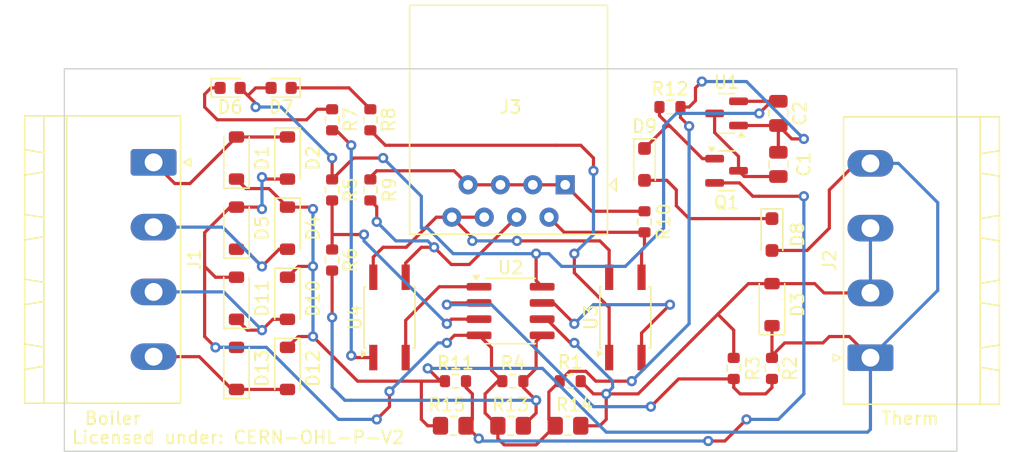
<source format=kicad_pcb>
(kicad_pcb (version 20240108) (generator "pcbnew") (generator_version "8.0")
  (title_block (title "Thermostat Cable Splitter") (rev "V1.0") (company "oup Energy Transistion. Windesheim university of applied sciences") (comment 1 "Author: Bram Busch, Daan Tellegen") (comment 2 "Reviewed by: Marco Winkelman") (comment 3 "Licensend under: CERN-OHL-P-V2"))
  (layers (0 "F.Cu" signal) (31 "B.Cu" signal) (34 "B.Paste" user) (35 "F.Paste" user) (36 "B.SilkS" user "B.Silkscreen") (37 "F.SilkS" user "F.Silkscreen") (38 "B.Mask" user) (39 "F.Mask" user) (44 "Edge.Cuts" user))
  (net 0 "")
  (net 1 "GND1")
  (net 2 "Net-(Q1-C1)")
  (net 3 "Net-(D6-A)")
  (net 4 "Net-(D1-A)")
  (net 5 "VDC")
  (net 6 "Net-(D3-A)")
  (net 7 "Net-(D4-A)")
  (net 8 "Net-(D6-K)")
  (net 9 "Net-(D7-K)")
  (net 10 "Net-(D8-A1)")
  (net 11 "Net-(D9-A1)")
  (net 12 "Net-(D10-A)")
  (net 13 "Net-(D12-A)")
  (net 14 "/slaveResponses")
  (net 15 "GND")
  (net 16 "VCC")
  (net 17 "/masterCommands")
  (net 18 "Net-(Q1-E1)")
  (net 19 "Net-(U2A--)")
  (net 20 "Net-(U2B-+)")
  (net 21 "Net-(U2A-+)")
  (net 22 "Net-(R7-Pad2)")
  (net 23 "Net-(R8-Pad2)")
  (net 24 "Net-(U2-Pad7)")
  (net 25 "Net-(U2-Pad1)")
  (footprint "Resistor_SMD:R_0603_1608Metric" (layer "F.Cu") (at 95.5 62.5 90)
    (property "Reference" "R10" (at 0 1.5 -90) (layer "F.SilkS"))
    (property "Value" "1k" (hide yes))
    (pad "1" smd roundrect (at -0.825 0 90) (size 0.8 0.95) (layers "F.Cu" "F.Paste" "F.Mask") (net 14 "/slaveResponses"))
    (pad "2" smd roundrect (at 0.825 0 90) (size 0.8 0.95) (layers "F.Cu" "F.Paste" "F.Mask") (net 15 "GND"))
  )
  (footprint "Connector_RJ:RJ45_Amphenol_54602-x08_Horizontal" (layer "F.Cu") (at 89.2825 59.6 180)
    (property "Reference" "J3" (at 4.2825 6.1 180) (layer "F.SilkS"))
    (property "Value" "RJ45")
    (pad "" np_thru_hole circle (at -1.27 6.35 180) (size 3.2 3.2) (drill 3.2) (layers "*.Cu" "*.Mask"))
    (pad "" np_thru_hole circle (at 10.16 6.35 180) (size 3.2 3.2) (drill 3.2) (layers "*.Cu" "*.Mask"))
    (pad "1" thru_hole rect (at 0 0 180) (size 1.5 1.5) (drill 0.76) (layers "*.Cu" "*.Mask") (net 15 "GND"))
    (pad "2" thru_hole circle (at 1.27 -2.54 180) (size 1.5 1.5) (drill 0.76) (layers "*.Cu" "*.Mask") (net 14 "/slaveResponses"))
    (pad "3" thru_hole circle (at 2.54 0 180) (size 1.5 1.5) (drill 0.76) (layers "*.Cu" "*.Mask") (net 15 "GND"))
    (pad "4" thru_hole circle (at 3.81 -2.54 180) (size 1.5 1.5) (drill 0.76) (layers "*.Cu" "*.Mask") (net 17 "/masterCommands"))
    (pad "5" thru_hole circle (at 5.08 0 180) (size 1.5 1.5) (drill 0.76) (layers "*.Cu" "*.Mask") (net 15 "GND"))
    (pad "6" thru_hole circle (at 6.35 -2.54 180) (size 1.5 1.5) (drill 0.76) (layers "*.Cu" "*.Mask") (net 16 "VCC"))
    (pad "7" thru_hole circle (at 7.62 0 180) (size 1.5 1.5) (drill 0.76) (layers "*.Cu" "*.Mask") (net 15 "GND"))
    (pad "8" thru_hole circle (at 8.89 -2.54 180) (size 1.5 1.5) (drill 0.76) (layers "*.Cu" "*.Mask") (net 16 "VCC"))
  )
  (footprint "Package_SO:SO-4_4.4x3.6mm_P2.54mm" (layer "F.Cu") (at 75.5 70 90)
    (property "Reference" "U4" (at 0 -2.7 -90) (layer "F.SilkS"))
    (property "Value" "CYTLP127(TP)" (hide yes))
    (pad "1" smd rect (at -3.15 -1.27 90) (size 2 0.64) (layers "F.Cu" "F.Paste" "F.Mask") (net 22 "Net-(R7-Pad2)"))
    (pad "2" smd rect (at -3.15 1.27 90) (size 2 0.64) (layers "F.Cu" "F.Paste" "F.Mask") (net 25 "Net-(U2-Pad1)"))
    (pad "3" smd rect (at 3.15 1.27 90) (size 2 0.64) (layers "F.Cu" "F.Paste" "F.Mask") (net 17 "/masterCommands"))
    (pad "4" smd rect (at 3.15 -1.27 90) (size 2 0.64) (layers "F.Cu" "F.Paste" "F.Mask") (net 16 "VCC"))
  )
  (footprint "Connector_Phoenix_MSTB:PhoenixContact_MSTBA_2,5_4-G-5,08_1x04_P5.08mm_Horizontal" (layer "F.Cu") (at 57 57.84 -90)
    (property "Reference" "J1" (at 7.62 -3.2 -90) (layer "F.SilkS"))
    (property "Value" "Boiler")
    (pad "1" thru_hole roundrect (at 0 0 270) (size 2.08 3.6) (drill 1.4) (layers "*.Cu" "*.Mask") (roundrect_rratio 0.120192) (net 4 "Net-(D1-A)"))
    (pad "2" thru_hole oval (at 5.08 0 270) (size 2.08 3.6) (drill 1.4) (layers "*.Cu" "*.Mask") (net 7 "Net-(D4-A)"))
    (pad "3" thru_hole oval (at 10.16 0 270) (size 2.08 3.6) (drill 1.4) (layers "*.Cu" "*.Mask") (net 12 "Net-(D10-A)"))
    (pad "4" thru_hole oval (at 15.24 0 270) (size 2.08 3.6) (drill 1.4) (layers "*.Cu" "*.Mask") (net 13 "Net-(D12-A)"))
  )
  (footprint "Package_TO_SOT_SMD:SOT-23" (layer "F.Cu") (at 101.9375 54 180)
    (property "Reference" "U1" (at 0 2.45 180) (layer "F.SilkS"))
    (property "Value" "SE8650X2-HF " (hide yes))
    (pad "1" smd roundrect (at -0.9375 -0.95 180) (size 1.475 0.6) (layers "F.Cu" "F.Paste" "F.Mask") (net 1 "GND1"))
    (pad "2" smd roundrect (at -0.9375 0.95 180) (size 1.475 0.6) (layers "F.Cu" "F.Paste" "F.Mask") (net 3 "Net-(D6-A)"))
    (pad "3" smd roundrect (at 0.9375 0 180) (size 1.475 0.6) (layers "F.Cu" "F.Paste" "F.Mask") (net 2 "Net-(Q1-C1)"))
  )
  (footprint "Diode_SMD:D_SOD-323_HandSoldering" (layer "F.Cu") (at 105.5 63.5 -90)
    (property "Reference" "D8" (at 0 -2 90) (layer "F.SilkS"))
    (property "Value" "1N4148WS" (hide yes))
    (pad "1" smd roundrect (at -1.25 0 270) (size 1 1) (layers "F.Cu" "F.Paste" "F.Mask") (net 10 "Net-(D8-A1)"))
    (pad "2" smd roundrect (at 1.25 0 270) (size 1 1) (layers "F.Cu" "F.Paste" "F.Mask") (net 5 "VDC"))
  )
  (footprint "Resistor_SMD:R_0603_1608Metric" (layer "F.Cu") (at 80.675 75)
    (property "Reference" "R11" (at 0 -1.43 0) (layer "F.SilkS"))
    (property "Value" "270" (hide yes))
    (pad "1" smd roundrect (at -0.825 0) (size 0.8 0.95) (layers "F.Cu" "F.Paste" "F.Mask") (net 5 "VDC"))
    (pad "2" smd roundrect (at 0.825 0) (size 0.8 0.95) (layers "F.Cu" "F.Paste" "F.Mask") (net 18 "Net-(Q1-E1)"))
  )
  (footprint "Diode_SMD:D_SOD-323_HandSoldering" (layer "F.Cu") (at 95.5 58 -90)
    (property "Reference" "D9" (at -3 0 180) (layer "F.SilkS"))
    (property "Value" "1N4148WS" (hide yes))
    (pad "1" smd roundrect (at -1.25 0 270) (size 1 1) (layers "F.Cu" "F.Paste" "F.Mask") (net 11 "Net-(D9-A1)"))
    (pad "2" smd roundrect (at 1.25 0 270) (size 1 1) (layers "F.Cu" "F.Paste" "F.Mask") (net 10 "Net-(D8-A1)"))
  )
  (footprint "Resistor_SMD:R_0603_1608Metric" (layer "F.Cu") (at 74 60 90)
    (property "Reference" "R9" (at 0 1.5 90) (layer "F.SilkS"))
    (property "Value" "1k" (hide yes))
    (pad "1" smd roundrect (at -0.825 0 90) (size 0.8 0.95) (layers "F.Cu" "F.Paste" "F.Mask") (net 17 "/masterCommands"))
    (pad "2" smd roundrect (at 0.825 0 90) (size 0.8 0.95) (layers "F.Cu" "F.Paste" "F.Mask") (net 15 "GND"))
  )
  (footprint "Diode_SMD:D_SOD-123" (layer "F.Cu") (at 67.5 63 -90)
    (property "Reference" "D4" (at 0 -2 90) (layer "F.SilkS"))
    (property "Value" "B5819W SL" (hide yes))
    (pad "1" smd roundrect (at -1.65 0 270) (size 0.9 1.2) (layers "F.Cu" "F.Paste" "F.Mask") (net 5 "VDC"))
    (pad "2" smd roundrect (at 1.65 0 270) (size 0.9 1.2) (layers "F.Cu" "F.Paste" "F.Mask") (net 7 "Net-(D4-A)"))
  )
  (footprint "Resistor_SMD:R_0603_1608Metric" (layer "F.Cu") (at 74 54.5 -90)
    (property "Reference" "R8" (at 0 -1.43 90) (layer "F.SilkS"))
    (property "Value" "4.7k" (hide yes))
    (pad "1" smd roundrect (at -0.825 0 270) (size 0.8 0.95) (layers "F.Cu" "F.Paste" "F.Mask") (net 9 "Net-(D7-K)"))
    (pad "2" smd roundrect (at 0.825 0 270) (size 0.8 0.95) (layers "F.Cu" "F.Paste" "F.Mask") (net 23 "Net-(R8-Pad2)"))
  )
  (footprint "Package_SO:SO-4_4.4x3.6mm_P2.54mm" (layer "F.Cu") (at 94 70 90)
    (property "Reference" "U3" (at 0 -2.7 -90) (layer "F.SilkS"))
    (property "Value" "CYTLP127(TP)" (hide yes))
    (pad "1" smd rect (at -3.15 -1.27 90) (size 2 0.64) (layers "F.Cu" "F.Paste" "F.Mask") (net 23 "Net-(R8-Pad2)"))
    (pad "2" smd rect (at -3.15 1.27 90) (size 2 0.64) (layers "F.Cu" "F.Paste" "F.Mask") (net 24 "Net-(U2-Pad7)"))
    (pad "3" smd rect (at 3.15 1.27 90) (size 2 0.64) (layers "F.Cu" "F.Paste" "F.Mask") (net 14 "/slaveResponses"))
    (pad "4" smd rect (at 3.15 -1.27 90) (size 2 0.64) (layers "F.Cu" "F.Paste" "F.Mask") (net 16 "VCC"))
  )
  (footprint "Resistor_SMD:R_0603_1608Metric" (layer "F.Cu") (at 71 60 -90)
    (property "Reference" "R5" (at 0 -1.43 90) (layer "F.SilkS"))
    (property "Value" "68k" (hide yes))
    (pad "1" smd roundrect (at -0.825 0 270) (size 0.8 0.95) (layers "F.Cu" "F.Paste" "F.Mask") (net 3 "Net-(D6-A)"))
    (pad "2" smd roundrect (at 0.825 0 270) (size 0.8 0.95) (layers "F.Cu" "F.Paste" "F.Mask") (net 21 "Net-(U2A-+)"))
  )
  (footprint "LED_SMD:LED_0603_1608Metric" (layer "F.Cu") (at 67 52 180)
    (property "Reference" "D7" (at 0 -1.5 180) (layer "F.SilkS"))
    (property "Value" "Yellow Boiler (Current)" (hide yes))
    (pad "1" smd roundrect (at -0.7875 0 180) (size 0.875 0.95) (layers "F.Cu" "F.Paste" "F.Mask") (net 9 "Net-(D7-K)"))
    (pad "2" smd roundrect (at 0.7875 0 180) (size 0.875 0.95) (layers "F.Cu" "F.Paste" "F.Mask") (net 3 "Net-(D6-A)"))
  )
  (footprint "Package_SO:SOIC-8_3.9x4.9mm_P1.27mm" (layer "F.Cu") (at 85 69.5)
    (property "Reference" "U2" (at 0 -3.4 0) (layer "F.SilkS"))
    (property "Value" "LMV393TP-SR" (hide yes))
    (pad "1" smd roundrect (at -2.475 -1.905) (size 1.95 0.6) (layers "F.Cu" "F.Paste" "F.Mask") (net 25 "Net-(U2-Pad1)"))
    (pad "2" smd roundrect (at -2.475 -0.635) (size 1.95 0.6) (layers "F.Cu" "F.Paste" "F.Mask") (net 19 "Net-(U2A--)"))
    (pad "3" smd roundrect (at -2.475 0.635) (size 1.95 0.6) (layers "F.Cu" "F.Paste" "F.Mask") (net 21 "Net-(U2A-+)"))
    (pad "4" smd roundrect (at -2.475 1.905) (size 1.95 0.6) (layers "F.Cu" "F.Paste" "F.Mask") (net 1 "GND1"))
    (pad "5" smd roundrect (at 2.475 1.905) (size 1.95 0.6) (layers "F.Cu" "F.Paste" "F.Mask") (net 20 "Net-(U2B-+)"))
    (pad "6" smd roundrect (at 2.475 0.635) (size 1.95 0.6) (layers "F.Cu" "F.Paste" "F.Mask") (net 6 "Net-(D3-A)"))
    (pad "7" smd roundrect (at 2.475 -0.635) (size 1.95 0.6) (layers "F.Cu" "F.Paste" "F.Mask") (net 24 "Net-(U2-Pad7)"))
    (pad "8" smd roundrect (at 2.475 -1.905) (size 1.95 0.6) (layers "F.Cu" "F.Paste" "F.Mask") (net 3 "Net-(D6-A)"))
  )
  (footprint "Resistor_SMD:R_0805_2012Metric_Pad1.20x1.40mm_HandSolder" (layer "F.Cu") (at 89.5 78.5)
    (property "Reference" "R14" (at 0.5 -1.65 0) (layer "F.SilkS"))
    (property "Value" "TBD" (hide yes))
    (pad "1" smd roundrect (at -1 0) (size 1.2 1.4) (layers "F.Cu" "F.Paste" "F.Mask") (roundrect_rratio 0.208333) (net 1 "GND1"))
    (pad "2" smd roundrect (at 1 0) (size 1.2 1.4) (layers "F.Cu" "F.Paste" "F.Mask") (roundrect_rratio 0.208333) (net 6 "Net-(D3-A)"))
  )
  (footprint "Resistor_SMD:R_0603_1608Metric" (layer "F.Cu") (at 71 54.5 -90)
    (property "Reference" "R7" (at 0 -1.43 90) (layer "F.SilkS"))
    (property "Value" "2.2k" (hide yes))
    (pad "1" smd roundrect (at -0.825 0 270) (size 0.8 0.95) (layers "F.Cu" "F.Paste" "F.Mask") (net 8 "Net-(D6-K)"))
    (pad "2" smd roundrect (at 0.825 0 270) (size 0.8 0.95) (layers "F.Cu" "F.Paste" "F.Mask") (net 22 "Net-(R7-Pad2)"))
  )
  (footprint "Diode_SMD:D_SOD-123" (layer "F.Cu") (at 67.5 57.5 -90)
    (property "Reference" "D2" (at 0 -2 90) (layer "F.SilkS"))
    (property "Value" "B5819W SL" (hide yes))
    (pad "1" smd roundrect (at -1.65 0 270) (size 0.9 1.2) (layers "F.Cu" "F.Paste" "F.Mask") (net 4 "Net-(D1-A)"))
    (pad "2" smd roundrect (at 1.65 0 270) (size 0.9 1.2) (layers "F.Cu" "F.Paste" "F.Mask") (net 1 "GND1"))
  )
  (footprint "Resistor_SMD:R_0603_1608Metric" (layer "F.Cu") (at 97.5 53.5)
    (property "Reference" "R12" (at 0 -1.43 0) (layer "F.SilkS"))
    (property "Value" "68k" (hide yes))
    (pad "1" smd roundrect (at -0.825 0) (size 0.8 0.95) (layers "F.Cu" "F.Paste" "F.Mask") (net 11 "Net-(D9-A1)"))
    (pad "2" smd roundrect (at 0.825 0) (size 0.8 0.95) (layers "F.Cu" "F.Paste" "F.Mask") (net 1 "GND1"))
  )
  (footprint "Resistor_SMD:R_0805_2012Metric_Pad1.20x1.40mm_HandSolder" (layer "F.Cu") (at 80.5 78.5)
    (property "Reference" "R15" (at -0.5 -1.65 0) (layer "F.SilkS"))
    (property "Value" "TBD" (hide yes))
    (pad "1" smd roundrect (at -1 0) (size 1.2 1.4) (layers "F.Cu" "F.Paste" "F.Mask") (roundrect_rratio 0.208333) (net 5 "VDC"))
    (pad "2" smd roundrect (at 1 0) (size 1.2 1.4) (layers "F.Cu" "F.Paste" "F.Mask") (roundrect_rratio 0.208333) (net 18 "Net-(Q1-E1)"))
  )
  (footprint "Diode_SMD:D_SOD-123" (layer "F.Cu") (at 67.5 74 -90)
    (property "Reference" "D12" (at 0 -2 90) (layer "F.SilkS"))
    (property "Value" "B5819W SL" (hide yes))
    (pad "1" smd roundrect (at -1.65 0 270) (size 0.9 1.2) (layers "F.Cu" "F.Paste" "F.Mask") (net 5 "VDC"))
    (pad "2" smd roundrect (at 1.65 0 270) (size 0.9 1.2) (layers "F.Cu" "F.Paste" "F.Mask") (net 13 "Net-(D12-A)"))
  )
  (footprint "Package_TO_SOT_SMD:SOT-23" (layer "F.Cu") (at 101.9375 58.5)
    (property "Reference" "Q1" (at 0 2.5 0) (layer "F.SilkS"))
    (property "Value" "Transistor" (hide yes))
    (pad "1" smd roundrect (at -0.9375 -0.95) (size 1.475 0.6) (layers "F.Cu" "F.Paste" "F.Mask") (net 11 "Net-(D9-A1)"))
    (pad "2" smd roundrect (at -0.9375 0.95) (size 1.475 0.6) (layers "F.Cu" "F.Paste" "F.Mask") (net 18 "Net-(Q1-E1)"))
    (pad "3" smd roundrect (at 0.9375 0) (size 1.475 0.6) (layers "F.Cu" "F.Paste" "F.Mask") (net 2 "Net-(Q1-C1)"))
  )
  (footprint "Resistor_SMD:R_0805_2012Metric_Pad1.20x1.40mm_HandSolder" (layer "F.Cu") (at 85 78.5)
    (property "Reference" "R13" (at 0 -1.65 0) (layer "F.SilkS"))
    (property "Value" "TBD" (hide yes))
    (pad "1" smd roundrect (at -1 0) (size 1.2 1.4) (layers "F.Cu" "F.Paste" "F.Mask") (roundrect_rratio 0.208333) (net 1 "GND1"))
    (pad "2" smd roundrect (at 1 0) (size 1.2 1.4) (layers "F.Cu" "F.Paste" "F.Mask") (roundrect_rratio 0.208333) (net 20 "Net-(U2B-+)"))
  )
  (footprint "Resistor_SMD:R_0603_1608Metric" (layer "F.Cu") (at 89.675 75)
    (property "Reference" "R1" (at 0 -1.5 0) (layer "F.SilkS"))
    (property "Value" "4.7" (hide yes))
    (pad "1" smd roundrect (at -0.825 0) (size 0.8 0.95) (layers "F.Cu" "F.Paste" "F.Mask") (net 1 "GND1"))
    (pad "2" smd roundrect (at 0.825 0) (size 0.8 0.95) (layers "F.Cu" "F.Paste" "F.Mask") (net 6 "Net-(D3-A)"))
  )
  (footprint "Resistor_SMD:R_0603_1608Metric" (layer "F.Cu") (at 102.5 74 90)
    (property "Reference" "R3" (at 0 1.5 -90) (layer "F.SilkS"))
    (property "Value" "68k" (hide yes))
    (pad "1" smd roundrect (at -0.825 0 90) (size 0.8 0.95) (layers "F.Cu" "F.Paste" "F.Mask") (net 19 "Net-(U2A--)"))
    (pad "2" smd roundrect (at 0.825 0 90) (size 0.8 0.95) (layers "F.Cu" "F.Paste" "F.Mask") (net 6 "Net-(D3-A)"))
  )
  (footprint "LED_SMD:LED_0603_1608Metric" (layer "F.Cu") (at 63 52)
    (property "Reference" "D6" (at 0 1.5 0) (layer "F.SilkS"))
    (property "Value" "Blue Therm (Voltage)" (hide yes))
    (pad "1" smd roundrect (at -0.7875 0) (size 0.875 0.95) (layers "F.Cu" "F.Paste" "F.Mask") (net 8 "Net-(D6-K)"))
    (pad "2" smd roundrect (at 0.7875 0) (size 0.875 0.95) (layers "F.Cu" "F.Paste" "F.Mask") (net 3 "Net-(D6-A)"))
  )
  (footprint "Diode_SMD:D_SOD-123" (layer "F.Cu") (at 63.5 57.5 90)
    (property "Reference" "D1" (at 0 2 -90) (layer "F.SilkS"))
    (property "Value" "B5819W SL" (hide yes))
    (pad "1" smd roundrect (at -1.65 0 90) (size 0.9 1.2) (layers "F.Cu" "F.Paste" "F.Mask") (net 5 "VDC"))
    (pad "2" smd roundrect (at 1.65 0 90) (size 0.9 1.2) (layers "F.Cu" "F.Paste" "F.Mask") (net 4 "Net-(D1-A)"))
  )
  (footprint "Resistor_SMD:R_0603_1608Metric" (layer "F.Cu") (at 105.5 74 -90)
    (property "Reference" "R2" (at 0 -1.43 90) (layer "F.SilkS"))
    (property "Value" "220k" (hide yes))
    (pad "1" smd roundrect (at -0.825 0 270) (size 0.8 0.95) (layers "F.Cu" "F.Paste" "F.Mask") (net 5 "VDC"))
    (pad "2" smd roundrect (at 0.825 0 270) (size 0.8 0.95) (layers "F.Cu" "F.Paste" "F.Mask") (net 19 "Net-(U2A--)"))
  )
  (footprint "Capacitor_SMD:C_0805_2012Metric" (layer "F.Cu") (at 106 58 90)
    (property "Reference" "C1" (at 0 2 -90) (layer "F.SilkS"))
    (property "Value" "100nF" (hide yes))
    (pad "1" smd roundrect (at -0.95 0 90) (size 1 1.45) (layers "F.Cu" "F.Paste" "F.Mask") (net 2 "Net-(Q1-C1)"))
    (pad "2" smd roundrect (at 0.95 0 90) (size 1 1.45) (layers "F.Cu" "F.Paste" "F.Mask") (net 1 "GND1"))
  )
  (footprint "Diode_SMD:D_SOD-123" (layer "F.Cu") (at 67.5 68.5 -90)
    (property "Reference" "D10" (at 0 -2 90) (layer "F.SilkS"))
    (property "Value" "B5819W SL" (hide yes))
    (pad "1" smd roundrect (at -1.65 0 270) (size 0.9 1.2) (layers "F.Cu" "F.Paste" "F.Mask") (net 5 "VDC"))
    (pad "2" smd roundrect (at 1.65 0 270) (size 0.9 1.2) (layers "F.Cu" "F.Paste" "F.Mask") (net 12 "Net-(D10-A)"))
  )
  (footprint "Resistor_SMD:R_0603_1608Metric" (layer "F.Cu") (at 71 65.5 -90)
    (property "Reference" "R6" (at 0 -1.43 90) (layer "F.SilkS"))
    (property "Value" "68k" (hide yes))
    (pad "1" smd roundrect (at -0.825 0 270) (size 0.8 0.95) (layers "F.Cu" "F.Paste" "F.Mask") (net 21 "Net-(U2A-+)"))
    (pad "2" smd roundrect (at 0.825 0 270) (size 0.8 0.95) (layers "F.Cu" "F.Paste" "F.Mask") (net 20 "Net-(U2B-+)"))
  )
  (footprint "Resistor_SMD:R_0603_1608Metric" (layer "F.Cu") (at 85.175 75)
    (property "Reference" "R4" (at 0 -1.43 0) (layer "F.SilkS"))
    (property "Value" "1.8K" (hide yes))
    (pad "1" smd roundrect (at -0.825 0) (size 0.8 0.95) (layers "F.Cu" "F.Paste" "F.Mask") (net 1 "GND1"))
    (pad "2" smd roundrect (at 0.825 0) (size 0.8 0.95) (layers "F.Cu" "F.Paste" "F.Mask") (net 20 "Net-(U2B-+)"))
  )
  (footprint "Diode_SMD:D_SOD-123" (layer "F.Cu") (at 63.5 63 90)
    (property "Reference" "D5" (at 0 2 -90) (layer "F.SilkS"))
    (property "Value" "B5819W SL" (hide yes))
    (pad "1" smd roundrect (at -1.65 0 90) (size 0.9 1.2) (layers "F.Cu" "F.Paste" "F.Mask") (net 7 "Net-(D4-A)"))
    (pad "2" smd roundrect (at 1.65 0 90) (size 0.9 1.2) (layers "F.Cu" "F.Paste" "F.Mask") (net 1 "GND1"))
  )
  (footprint "Connector_Phoenix_MSTB:PhoenixContact_MSTBA_2,5_4-G-5,08_1x04_P5.08mm_Horizontal" (layer "F.Cu") (at 113.2225 73.16 90)
    (property "Reference" "J2" (at 7.62 -3.2 90) (layer "F.SilkS"))
    (property "Value" "Therm")
    (pad "1" thru_hole roundrect (at 0 0 90) (size 2.08 3.6) (drill 1.4) (layers "*.Cu" "*.Mask") (roundrect_rratio 0.120192) (net 5 "VDC"))
    (pad "2" thru_hole oval (at 5.08 0 90) (size 2.08 3.6) (drill 1.4) (layers "*.Cu" "*.Mask") (net 6 "Net-(D3-A)"))
    (pad "3" thru_hole oval (at 10.16 0 90) (size 2.08 3.6) (drill 1.4) (layers "*.Cu" "*.Mask") (net 6 "Net-(D3-A)"))
    (pad "4" thru_hole oval (at 15.24 0 90) (size 2.08 3.6) (drill 1.4) (layers "*.Cu" "*.Mask") (net 5 "VDC"))
  )
  (footprint "Capacitor_SMD:C_0805_2012Metric" (layer "F.Cu") (at 106 54 -90)
    (property "Reference" "C2" (at 0 -1.68 90) (layer "F.SilkS"))
    (property "Value" "10uF" (hide yes))
    (pad "1" smd roundrect (at -0.95 0 270) (size 1 1.45) (layers "F.Cu" "F.Paste" "F.Mask") (net 3 "Net-(D6-A)"))
    (pad "2" smd roundrect (at 0.95 0 270) (size 1 1.45) (layers "F.Cu" "F.Paste" "F.Mask") (net 1 "GND1"))
  )
  (footprint "Diode_SMD:D_SOD-123" (layer "F.Cu") (at 63.5 74 90)
    (property "Reference" "D13" (at 0 2 -90) (layer "F.SilkS"))
    (property "Value" "B5819W SL" (hide yes))
    (pad "1" smd roundrect (at -1.65 0 90) (size 0.9 1.2) (layers "F.Cu" "F.Paste" "F.Mask") (net 13 "Net-(D12-A)"))
    (pad "2" smd roundrect (at 1.65 0 90) (size 0.9 1.2) (layers "F.Cu" "F.Paste" "F.Mask") (net 1 "GND1"))
  )
  (footprint "Diode_SMD:D_SOD-123" (layer "F.Cu") (at 63.5 68.5 90)
    (property "Reference" "D11" (at 0 2 -90) (layer "F.SilkS"))
    (property "Value" "B5819W SL" (hide yes))
    (pad "1" smd roundrect (at -1.65 0 90) (size 0.9 1.2) (layers "F.Cu" "F.Paste" "F.Mask") (net 12 "Net-(D10-A)"))
    (pad "2" smd roundrect (at 1.65 0 90) (size 0.9 1.2) (layers "F.Cu" "F.Paste" "F.Mask") (net 1 "GND1"))
  )
  (footprint "Diode_SMD:D_SOD-123" (layer "F.Cu") (at 105.5 69 90)
    (property "Reference" "D3" (at 0 2 -90) (layer "F.SilkS"))
    (property "Value" "B5819W SL" (hide yes))
    (pad "1" smd roundrect (at -1.65 0 90) (size 0.9 1.2) (layers "F.Cu" "F.Paste" "F.Mask") (net 5 "VDC"))
    (pad "2" smd roundrect (at 1.65 0 90) (size 0.9 1.2) (layers "F.Cu" "F.Paste" "F.Mask") (net 6 "Net-(D3-A)"))
  )
  (gr_rect (start 50 50.5) (end 120 80.5) (stroke (width 0.1)) (fill none) (layer "Edge.Cuts"))
  (gr_text "Licensed under: CERN-OHL-P-V2" (at 50.5 80 0) (layer "F.SilkS") (effects (font (size 1 1)) (justify left bottom)))
  (gr_text "Boiler" (at 51.5 78.5 0) (layer "F.SilkS") (effects (font (size 1 1)) (justify left bottom)))
  (gr_text "Therm\n" (at 114 78.5 0) (layer "F.SilkS") (effects (font (size 1 1)) (justify left bottom)))
  (segment (start 83 76) (end 84 75) (width 0.25) (layer "F.Cu") (net 1))
  (segment (start 63 61.35) (end 61 63.35) (width 0.25) (layer "F.Cu") (net 1))
  (segment (start 63.5 61.35) (end 63 61.35) (width 0.25) (layer "F.Cu") (net 1))
  (segment (start 107.05 56) (end 106 54.95) (width 0.25) (layer "F.Cu") (net 1))
  (segment (start 84 79.5) (end 84 78.5) (width 0.25) (layer "F.Cu") (net 1))
  (segment (start 98.325 54.325) (end 99 55) (width 0.25) (layer "F.Cu") (net 1))
  (segment (start 83.5 74.15) (end 84.35 75) (width 0.25) (layer "F.Cu") (net 1))
  (segment (start 83.5 72.38) (end 83.5 74.15) (width 0.25) (layer "F.Cu") (net 1))
  (segment (start 65.35 61.35) (end 65.5 61.5) (width 0.25) (layer "F.Cu") (net 1))
  (segment (start 83 77.5) (end 83 76) (width 0.25) (layer "F.Cu") (net 1))
  (segment (start 63.5 61.35) (end 65.35 61.35) (width 0.25) (layer "F.Cu") (net 1))
  (segment (start 99.5 53) (end 99.5 52) (width 0.25) (layer "F.Cu") (net 1))
  (segment (start 80.595 71.405) (end 82.525 71.405) (width 0.25) (layer "F.Cu") (net 1))
  (segment (start 98.325 53.5) (end 99 53.5) (width 0.25) (layer "F.Cu") (net 1))
  (segment (start 61 71.5) (end 61.85 72.35) (width 0.25) (layer "F.Cu") (net 1))
  (segment (start 61 66) (end 61 71.5) (width 0.25) (layer "F.Cu") (net 1))
  (segment (start 63.5 66.85) (end 61.85 66.85) (width 0.25) (layer "F.Cu") (net 1))
  (segment (start 89.62 74.23) (end 88.85 75) (width 0.25) (layer "F.Cu") (net 1))
  (segment (start 91.680578 75) (end 94.5 75) (width 0.25) (layer "F.Cu") (net 1))
  (segment (start 99.5 52) (end 100 51.5) (width 0.25) (layer "F.Cu") (net 1))
  (segment (start 80 72) (end 80.595 71.405) (width 0.25) (layer "F.Cu") (net 1))
  (segment (start 65.65 59.15) (end 65.5 59) (width 0.25) (layer "F.Cu") (net 1))
  (segment (start 61.85 66.85) (end 61 66) (width 0.25) (layer "F.Cu") (net 1))
  (segment (start 88 78) (end 88 75.85) (width 0.25) (layer "F.Cu") (net 1))
  (segment (start 89.62 74.23) (end 90.910578 74.23) (width 0.25) (layer "F.Cu") (net 1))
  (segment (start 88.5 78.5) (end 88 78) (width 0.25) (layer "F.Cu") (net 1))
  (segment (start 74.5 78) (end 75.5 77) (width 0.25) (layer "F.Cu") (net 1))
  (segment (start 61 63.35) (end 61 66) (width 0.25) (layer "F.Cu") (net 1))
  (segment (start 87 80) (end 84.5 80) (width 0.25) (layer "F.Cu") (net 1))
  (segment (start 99 53.5) (end 99.5 53) (width 0.25) (layer "F.Cu") (net 1))
  (segment (start 98.325 53.5) (end 98.325 54.325) (width 0.25) (layer "F.Cu") (net 1))
  (segment (start 63.5 72.35) (end 61.85 72.35) (width 0.25) (layer "F.Cu") (net 1))
  (segment (start 84.5 80) (end 84 79.5) (width 0.25) (layer "F.Cu") (net 1))
  (segment (start 88 75.85) (end 88.85 75) (width 0.25) (layer "F.Cu") (net 1))
  (segment (start 75.5 77) (end 75.5 75.805) (width 0.25) (layer "F.Cu") (net 1))
  (segment (start 106 57.05) (end 106 54.95) (width 0.25) (layer "F.Cu") (net 1))
  (segment (start 108 56) (end 107.05 56) (width 0.25) (layer "F.Cu") (net 1))
  (segment (start 82.525 71.405) (end 83.5 72.38) (width 0.25) (layer "F.Cu") (net 1))
  (segment (start 67.5 59.15) (end 65.65 59.15) (width 0.25) (layer "F.Cu") (net 1))
  (segment (start 88.5 78.5) (end 87 80) (width 0.25) (layer "F.Cu") (net 1))
  (segment (start 102.875 54.95) (end 106 54.95) (width 0.25) (layer "F.Cu") (net 1))
  (segment (start 84 78.5) (end 83 77.5) (width 0.25) (layer "F.Cu") (net 1))
  (segment (start 90.910578 74.23) (end 91.680578 75) (width 0.25) (layer "F.Cu") (net 1))
  (segment (start 84 75) (end 84.35 75) (width 0.25) (layer "F.Cu") (net 1))
  (via (at 94.5 75) (size 0.8) (drill 0.4) (layers "F.Cu" "B.Cu") (net 1))
  (via (at 99 55) (size 0.8) (drill 0.4) (layers "F.Cu" "B.Cu") (net 1))
  (via (at 80 72) (size 0.8) (drill 0.4) (layers "F.Cu" "B.Cu") (net 1))
  (via (at 100 51.5) (size 0.8) (drill 0.4) (layers "F.Cu" "B.Cu") (net 1))
  (via (at 108 56) (size 0.8) (drill 0.4) (layers "F.Cu" "B.Cu") (net 1))
  (via (at 65.5 59) (size 0.8) (drill 0.4) (layers "F.Cu" "B.Cu") (net 1))
  (via (at 75.5 75.805) (size 0.8) (drill 0.4) (layers "F.Cu" "B.Cu") (net 1))
  (via (at 65.5 61.5) (size 0.8) (drill 0.4) (layers "F.Cu" "B.Cu") (net 1))
  (via (at 74.5 78) (size 0.8) (drill 0.4) (layers "F.Cu" "B.Cu") (net 1))
  (via (at 61.85 72.35) (size 0.8) (drill 0.4) (layers "F.Cu" "B.Cu") (net 1))
  (segment (start 79.305 72) (end 80 72) (width 0.25) (layer "B.Cu") (net 1))
  (segment (start 71.5 78) (end 74.5 78) (width 0.25) (layer "B.Cu") (net 1))
  (segment (start 99 70.5) (end 94.5 75) (width 0.25) (layer "B.Cu") (net 1))
  (segment (start 71.5 78) (end 65.85 72.35) (width 0.25) (layer "B.Cu") (net 1))
  (segment (start 99 55) (end 99 70.5) (width 0.25) (layer "B.Cu") (net 1))
  (segment (start 75.5 75.805) (end 79.305 72) (width 0.25) (layer "B.Cu") (net 1))
  (segment (start 65.85 72.35) (end 61.85 72.35) (width 0.25) (layer "B.Cu") (net 1))
  (segment (start 100 51.5) (end 103.5 51.5) (width 0.25) (layer "B.Cu") (net 1))
  (segment (start 65.5 59) (end 65.5 61.5) (width 0.25) (layer "B.Cu") (net 1))
  (segment (start 103.5 51.5) (end 108 56) (width 0.25) (layer "B.Cu") (net 1))
  (segment (start 102.875 58.5) (end 102.875 57.375) (width 0.25) (layer "F.Cu") (net 2))
  (segment (start 102.875 57.375) (end 101 55.5) (width 0.25) (layer "F.Cu") (net 2))
  (segment (start 106 58.95) (end 103.325 58.95) (width 0.25) (layer "F.Cu") (net 2))
  (segment (start 101 55.5) (end 101 54) (width 0.25) (layer "F.Cu") (net 2))
  (segment (start 103.325 58.95) (end 102.875 58.5) (width 0.25) (layer "F.Cu") (net 2))
  (segment (start 87 67.12) (end 87.475 67.595) (width 0.25) (layer "F.Cu") (net 3))
  (segment (start 64.39375 52.60625) (end 63.7875 52) (width 0.25) (layer "F.Cu") (net 3))
  (segment (start 71 59.175) (end 72.675 57.5) (width 0.25) (layer "F.Cu") (net 3))
  (segment (start 87 65) (end 87 67.12) (width 0.25) (layer "F.Cu") (net 3))
  (segment (start 66.2125 52) (end 65 52) (width 0.25) (layer "F.Cu") (net 3))
  (segment (start 72.675 57.5) (end 75 57.5) (width 0.25) (layer "F.Cu") (net 3))
  (segment (start 71 59.175) (end 71 57.5) (width 0.25) (layer "F.Cu") (net 3))
  (segment (start 65 52) (end 64.39375 52.60625) (width 0.25) (layer "F.Cu") (net 3))
  (segment (start 106 53.05) (end 102.875 53.05) (width 0.25) (layer "F.Cu") (net 3))
  (segment (start 105.45 53.05) (end 104.5 54) (width 0.25) (layer "F.Cu") (net 3))
  (segment (start 106 53.05) (end 105.45 53.05) (width 0.25) (layer "F.Cu") (net 3))
  (segment (start 65 53.2125) (end 64.39375 52.60625) (width 0.25) (layer "F.Cu") (net 3))
  (segment (start 65 53.5) (end 65 53.2125) (width 0.25) (layer "F.Cu") (net 3))
  (via (at 65 53.5) (size 0.8) (drill 0.4) (layers "F.Cu" "B.Cu") (net 3))
  (via (at 71 57.5) (size 0.8) (drill 0.4) (layers "F.Cu" "B.Cu") (net 3))
  (via (at 75 57.5) (size 0.8) (drill 0.4) (layers "F.Cu" "B.Cu") (net 3))
  (via (at 87 65) (size 0.8) (drill 0.4) (layers "F.Cu" "B.Cu") (net 3))
  (via (at 104.5 54) (size 0.8) (drill 0.4) (layers "F.Cu" "B.Cu") (net 3))
  (segment (start 88 65) (end 89 66) (width 0.25) (layer "B.Cu") (net 3))
  (segment (start 87 65) (end 88 65) (width 0.25) (layer "B.Cu") (net 3))
  (segment (start 78.5 63) (end 80.5 65) (width 0.25) (layer "B.Cu") (net 3))
  (segment (start 94 66) (end 97 63) (width 0.25) (layer "B.Cu") (net 3))
  (segment (start 78 63) (end 78.5 63) (width 0.25) (layer "B.Cu") (net 3))
  (segment (start 98 54) (end 97 55) (width 0.25) (layer "B.Cu") (net 3))
  (segment (start 67 53.5) (end 65 53.5) (width 0.25) (layer "B.Cu") (net 3))
  (segment (start 97 55) (end 97 63) (width 0.25) (layer "B.Cu") (net 3))
  (segment (start 104.5 54) (end 98 54) (width 0.25) (layer "B.Cu") (net 3))
  (segment (start 75 57.5) (end 78 60.5) (width 0.25) (layer "B.Cu") (net 3))
  (segment (start 78 60.5) (end 78 63) (width 0.25) (layer "B.Cu") (net 3))
  (segment (start 71 57.5) (end 67 53.5) (width 0.25) (layer "B.Cu") (net 3))
  (segment (start 89 66) (end 94 66) (width 0.25) (layer "B.Cu") (net 3))
  (segment (start 80.5 65) (end 87 65) (width 0.25) (layer "B.Cu") (net 3))
  (segment (start 59.85 59.5) (end 63.5 55.85) (width 0.25) (layer "F.Cu") (net 4))
  (segment (start 57 57.84) (end 58.66 59.5) (width 0.25) (layer "F.Cu") (net 4))
  (segment (start 67.5 55.85) (end 63.5 55.85) (width 0.25) (layer "F.Cu") (net 4))
  (segment (start 58.66 59.5) (end 59.85 59.5) (width 0.25) (layer "F.Cu") (net 4))
  (segment (start 69.35 61.35) (end 69.5 61.5) (width 0.25) (layer "F.Cu") (net 5))
  (segment (start 78 75) (end 73 75) (width 0.25) (layer "F.Cu") (net 5))
  (segment (start 68.35 71.5) (end 67.5 72.35) (width 0.25) (layer "F.Cu") (net 5))
  (segment (start 78.5 78.5) (end 78 78) (width 0.25) (layer "F.Cu") (net 5))
  (segment (start 110 60) (end 112.08 57.92) (width 0.25) (layer "F.Cu") (net 5))
  (segment (start 105.5 73) (end 106.5 72) (width 0.25) (layer "F.Cu") (net 5))
  (segment (start 105.5 73.175) (end 105.5 73) (width 0.25) (layer "F.Cu") (net 5))
  (segment (start 108.25 64.75) (end 110 63) (width 0.25) (layer "F.Cu") (net 5))
  (segment (start 79.85 75) (end 79.5 75) (width 0.25) (layer "F.Cu") (net 5))
  (segment (start 78 78) (end 78 75) (width 0.25) (layer "F.Cu") (net 5))
  (segment (start 68.35 66) (end 67.5 66.85) (width 0.25) (layer "F.Cu") (net 5))
  (segment (start 64.245 59.895) (end 63.5 59.15) (width 0.25) (layer "F.Cu") (net 5))
  (segment (start 66.045 59.895) (end 67.5 61.35) (width 0.25) (layer "F.Cu") (net 5))
  (segment (start 69.5 66) (end 68.35 66) (width 0.25) (layer "F.Cu") (net 5))
  (segment (start 66.045 59.895) (end 64.245 59.895) (width 0.25) (layer "F.Cu") (net 5))
  (segment (start 112.08 57.92) (end 113.2225 57.92) (width 0.25) (layer "F.Cu") (net 5))
  (segment (start 67.5 61.35) (end 69.35 61.35) (width 0.25) (layer "F.Cu") (net 5))
  (segment (start 79.85 75) (end 78 75) (width 0.25) (layer "F.Cu") (net 5))
  (segment (start 73 75) (end 69.5 71.5) (width 0.25) (layer "F.Cu") (net 5))
  (segment (start 105.5 70.65) (end 105.5 73.175) (width 0.25) (layer "F.Cu") (net 5))
  (segment (start 110 71.5) (end 111.5625 71.5) (width 0.25) (layer "F.Cu") (net 5))
  (segment (start 105.5 64.75) (end 108.25 64.75) (width 0.25) (layer "F.Cu") (net 5))
  (segment (start 79.5 78.5) (end 78.5 78.5) (width 0.25) (layer "F.Cu") (net 5))
  (segment (start 79.5 75) (end 78.5 74) (width 0.25) (layer "F.Cu") (net 5))
  (segment (start 109.5 72) (end 110 71.5) (width 0.25) (layer "F.Cu") (net 5))
  (segment (start 111.5625 71.5) (end 113.2225 73.16) (width 0.25) (layer "F.Cu") (net 5))
  (segment (start 110 63) (end 110 60) (width 0.25) (layer "F.Cu") (net 5))
  (segment (start 79.85 75) (end 79.85 75.35) (width 0.25) (layer "F.Cu") (net 5))
  (segment (start 69.5 71.5) (end 68.35 71.5) (width 0.25) (layer "F.Cu") (net 5))
  (segment (start 106.5 72) (end 109.5 72) (width 0.25) (layer "F.Cu") (net 5))
  (via (at 69.5 66) (size 0.8) (drill 0.4) (layers "F.Cu" "B.Cu") (net 5))
  (via (at 69.5 71.5) (size 0.8) (drill 0.4) (layers "F.Cu" "B.Cu") (net 5))
  (via (at 69.5 61.5) (size 0.8) (drill 0.4) (layers "F.Cu" "B.Cu") (net 5))
  (via (at 78.5 74) (size 0.8) (drill 0.4) (layers "F.Cu" "B.Cu") (net 5))
  (segment (start 92.5 79) (end 113 79) (width 0.25) (layer "B.Cu") (net 5))
  (segment (start 118.5 67.8825) (end 118.5 61) (width 0.25) (layer "B.Cu") (net 5))
  (segment (start 113.2225 73.16) (end 113.2225 78.7775) (width 0.25) (layer "B.Cu") (net 5))
  (segment (start 69.5 66) (end 69.5 71.5) (width 0.25) (layer "B.Cu") (net 5))
  (segment (start 113.2225 73.16) (end 118.5 67.8825) (width 0.25) (layer "B.Cu") (net 5))
  (segment (start 69.5 62) (end 69.5 66) (width 0.25) (layer "B.Cu") (net 5))
  (segment (start 87.5 74) (end 92.5 79) (width 0.25) (layer "B.Cu") (net 5))
  (segment (start 69.5 61.5) (end 69.5 62) (width 0.25) (layer "B.Cu") (net 5))
  (segment (start 118.5 61) (end 115.42 57.92) (width 0.25) (layer "B.Cu") (net 5))
  (segment (start 113.2225 78.7775) (end 113 79) (width 0.25) (layer "B.Cu") (net 5))
  (segment (start 78.5 74) (end 87.5 74) (width 0.25) (layer "B.Cu") (net 5))
  (segment (start 115.42 57.92) (end 113.2225 57.92) (width 0.25) (layer "B.Cu") (net 5))
  (segment (start 102.5 73.175) (end 102.5 71) (width 0.25) (layer "F.Cu") (net 6))
  (segment (start 109.58 68.08) (end 113.2225 68.08) (width 0.25) (layer "F.Cu") (net 6))
  (segment (start 102.5 71) (end 101.25 69.75) (width 0.25) (layer "F.Cu") (net 6))
  (segment (start 101.25 69.75) (end 103.65 67.35) (width 0.25) (layer "F.Cu") (net 6))
  (segment (start 91.5 76) (end 92.5 76) (width 0.25) (layer "F.Cu") (net 6))
  (segment (start 108.85 67.35) (end 109.58 68.08) (width 0.25) (layer "F.Cu") (net 6))
  (segment (start 92 78.5) (end 90.5 78.5) (width 0.25) (layer "F.Cu") (net 6))
  (segment (start 95 76) (end 101.25 69.75) (width 0.25) (layer "F.Cu") (net 6))
  (segment (start 103.65 67.35) (end 105.5 67.35) (width 0.25) (layer "F.Cu") (net 6))
  (segment (start 89.69 72) (end 90 72) (width 0.25) (layer "F.Cu") (net 6))
  (segment (start 92.5 78) (end 92 78.5) (width 0.25) (layer "F.Cu") (net 6))
  (segment (start 87.825 70.135) (end 89.69 72) (width 0.25) (layer "F.Cu") (net 6))
  (segment (start 87.475 70.135) (end 87.825 70.135) (width 0.25) (layer "F.Cu") (net 6))
  (segment (start 113.77 67.35) (end 114.5 68.08) (width 0.25) (layer "F.Cu") (net 6))
  (segment (start 90.5 75) (end 91.5 76) (width 0.25) (layer "F.Cu") (net 6))
  (segment (start 105.5 67.35) (end 108.85 67.35) (width 0.25) (layer "F.Cu") (net 6))
  (segment (start 92.5 78) (end 92.5 76) (width 0.25) (layer "F.Cu") (net 6))
  (segment (start 95 76) (end 92.5 76) (width 0.25) (layer "F.Cu") (net 6))
  (via (at 90 72) (size 0.8) (drill 0.4) (layers "F.Cu" "B.Cu") (net 6))
  (via (at 92.5 76) (size 0.8) (drill 0.4) (layers "F.Cu" "B.Cu") (net 6))
  (segment (start 93 75) (end 93 75.5) (width 0.25) (layer "B.Cu") (net 6))
  (segment (start 113.2225 63) (end 113.2225 68.08) (width 0.25) (layer "B.Cu") (net 6))
  (segment (start 90 72) (end 93 75) (width 0.25) (layer "B.Cu") (net 6))
  (segment (start 93 75.5) (end 92.5 76) (width 0.25) (layer "B.Cu") (net 6))
  (segment (start 65.5 66) (end 66.85 64.65) (width 0.25) (layer "F.Cu") (net 7))
  (segment (start 63.5 64.65) (end 64.15 64.65) (width 0.25) (layer "F.Cu") (net 7))
  (segment (start 64.15 64.65) (end 65.5 66) (width 0.25) (layer "F.Cu") (net 7))
  (segment (start 66.85 64.65) (end 67.5 64.65) (width 0.25) (layer "F.Cu") (net 7))
  (via (at 65.5 66) (size 0.8) (drill 0.4) (layers "F.Cu" "B.Cu") (net 7))
  (segment (start 65.5 66) (end 62.42 62.92) (width 0.25) (layer "B.Cu") (net 7))
  (segment (start 62.42 62.92) (end 57 62.92) (width 0.25) (layer "B.Cu") (net 7))
  (segment (start 62 54.5) (end 69 54.5) (width 0.25) (layer "F.Cu") (net 8))
  (segment (start 61 52.5) (end 61 53.5) (width 0.25) (layer "F.Cu") (net 8))
  (segment (start 61.5 52) (end 61 52.5) (width 0.25) (layer "F.Cu") (net 8))
  (segment (start 69 54.5) (end 69.825 53.675) (width 0.25) (layer "F.Cu") (net 8))
  (segment (start 61 53.5) (end 62 54.5) (width 0.25) (layer "F.Cu") (net 8))
  (segment (start 61.5 52) (end 62.2125 52) (width 0.25) (layer "F.Cu") (net 8))
  (segment (start 69.825 53.675) (end 71 53.675) (width 0.25) (layer "F.Cu") (net 8))
  (segment (start 72.325 52) (end 74 53.675) (width 0.25) (layer "F.Cu") (net 9))
  (segment (start 67.7875 52) (end 72.325 52) (width 0.25) (layer "F.Cu") (net 9))
  (segment (start 97.25 59.25) (end 98 60) (width 0.25) (layer "F.Cu") (net 10))
  (segment (start 98 60) (end 98 61.25) (width 0.25) (layer "F.Cu") (net 10))
  (segment (start 95.5 59.25) (end 97.25 59.25) (width 0.25) (layer "F.Cu") (net 10))
  (segment (start 98 61.25) (end 99 62.25) (width 0.25) (layer "F.Cu") (net 10))
  (segment (start 105.5 62.25) (end 99 62.25) (width 0.25) (layer "F.Cu") (net 10))
  (segment (start 96.675 53.5) (end 96.675 54.175) (width 0.25) (layer "F.Cu") (net 11))
  (segment (start 97.5 55) (end 97.25 55) (width 0.25) (layer "F.Cu") (net 11))
  (segment (start 100.05 57.55) (end 101 57.55) (width 0.25) (layer "F.Cu") (net 11))
  (segment (start 97.25 55) (end 95.5 56.75) (width 0.25) (layer "F.Cu") (net 11))
  (segment (start 96.675 54.175) (end 97.25 54.75) (width 0.25) (layer "F.Cu") (net 11))
  (segment (start 97.25 54.75) (end 97.5 55) (width 0.25) (layer "F.Cu") (net 11))
  (segment (start 97.5 55) (end 100.05 57.55) (width 0.25) (layer "F.Cu") (net 11))
  (segment (start 66.35 70.15) (end 65.5 71) (width 0.25) (layer "F.Cu") (net 12))
  (segment (start 64.35 71) (end 63.5 70.15) (width 0.25) (layer "F.Cu") (net 12))
  (segment (start 65.5 71) (end 64.35 71) (width 0.25) (layer "F.Cu") (net 12))
  (segment (start 67.5 70.15) (end 66.35 70.15) (width 0.25) (layer "F.Cu") (net 12))
  (via (at 65.5 71) (size 0.8) (drill 0.4) (layers "F.Cu" "B.Cu") (net 12))
  (segment (start 65.5 71) (end 62.5 68) (width 0.25) (layer "B.Cu") (net 12))
  (segment (start 62.5 68) (end 57 68) (width 0.25) (layer "B.Cu") (net 12))
  (segment (start 67.5 75.65) (end 63.5 75.65) (width 0.25) (layer "F.Cu") (net 13))
  (segment (start 63.5 75.65) (end 63.15 75.65) (width 0.25) (layer "F.Cu") (net 13))
  (segment (start 63.15 75.65) (end 60.58 73.08) (width 0.25) (layer "F.Cu") (net 13))
  (segment (start 60.58 73.08) (end 57 73.08) (width 0.25) (layer "F.Cu") (net 13))
  (segment (start 89.1975 63.325) (end 88.0125 62.14) (width 0.25) (layer "F.Cu") (net 14))
  (segment (start 94.5 63.325) (end 89.1975 63.325) (width 0.25) (layer "F.Cu") (net 14))
  (segment (start 95.5 64.5) (end 95.5 63.325) (width 0.25) (layer "F.Cu") (net 14))
  (segment (start 95.27 64.73) (end 95.5 64.5) (width 0.25) (layer "F.Cu") (net 14))
  (segment (start 95.27 64.73) (end 95.27 66.85) (width 0.25) (layer "F.Cu") (net 14))
  (segment (start 94.5 63.325) (end 95.5 63.325) (width 0.25) (layer "F.Cu") (net 14))
  (segment (start 89.2825 59.6) (end 91.3575 61.675) (width 0.25) (layer "F.Cu") (net 15))
  (segment (start 86.7425 59.6) (end 84.2025 59.6) (width 0.25) (layer "F.Cu") (net 15))
  (segment (start 91.3575 61.675) (end 95.5 61.675) (width 0.25) (layer "F.Cu") (net 15))
  (segment (start 84.2025 59.6) (end 81.6625 59.6) (width 0.25) (layer "F.Cu") (net 15))
  (segment (start 74 59.175) (end 74 59) (width 0.25) (layer "F.Cu") (net 15))
  (segment (start 74.5 58.5) (end 80.5625 58.5) (width 0.25) (layer "F.Cu") (net 15))
  (segment (start 74 59) (end 74.5 58.5) (width 0.25) (layer "F.Cu") (net 15))
  (segment (start 80.5625 58.5) (end 81.6625 59.6) (width 0.25) (layer "F.Cu") (net 15))
  (segment (start 89.2825 59.6) (end 86.7425 59.6) (width 0.25) (layer "F.Cu") (net 15))
  (segment (start 75 64.5) (end 74.23 65.27) (width 0.25) (layer "F.Cu") (net 16))
  (segment (start 76.81 64.5) (end 75 64.5) (width 0.25) (layer "F.Cu") (net 16))
  (segment (start 82.9325 62.14) (end 80.3925 62.14) (width 0.25) (layer "F.Cu") (net 16))
  (segment (start 74.23 65.27) (end 74.23 66.85) (width 0.25) (layer "F.Cu") (net 16))
  (segment (start 82 63.7475) (end 80.3925 62.14) (width 0.25) (layer "F.Cu") (net 16))
  (segment (start 79.17 62.14) (end 80.3925 62.14) (width 0.25) (layer "F.Cu") (net 16))
  (segment (start 85.5 64) (end 92 64) (width 0.25) (layer "F.Cu") (net 16))
  (segment (start 79.17 62.14) (end 76.81 64.5) (width 0.25) (layer "F.Cu") (net 16))
  (segment (start 92 64) (end 92.73 64.73) (width 0.25) (layer "F.Cu") (net 16))
  (segment (start 92.73 64.73) (end 92.73 66.85) (width 0.25) (layer "F.Cu") (net 16))
  (segment (start 82 64) (end 82 63.7475) (width 0.25) (layer "F.Cu") (net 16))
  (via (at 82 64) (size 0.8) (drill 0.4) (layers "F.Cu" "B.Cu") (net 16))
  (via (at 85.5 64) (size 0.8) (drill 0.4) (layers "F.Cu" "B.Cu") (net 16))
  (segment (start 85.5 64) (end 82 64) (width 0.25) (layer "B.Cu") (net 16))
  (segment (start 74.5 61.325) (end 74 60.825) (width 0.25) (layer "F.Cu") (net 17))
  (segment (start 76.77 65.73) (end 76.77 66.85) (width 0.25) (layer "F.Cu") (net 17))
  (segment (start 78 64.5) (end 79 64.5) (width 0.25) (layer "F.Cu") (net 17))
  (segment (start 80.35 65.85) (end 79 64.5) (width 0.25) (layer "F.Cu") (net 17))
  (segment (start 74.5 62.5) (end 74.5 61.325) (width 0.25) (layer "F.Cu") (net 17))
  (segment (start 78 64.5) (end 76.77 65.73) (width 0.25) (layer "F.Cu") (net 17))
  (segment (start 81.7625 65.85) (end 85.4725 62.14) (width 0.25) (layer "F.Cu") (net 17))
  (segment (start 81.7625 65.85) (end 80.35 65.85) (width 0.25) (layer "F.Cu") (net 17))
  (via (at 79 64.5) (size 0.8) (drill 0.4) (layers "F.Cu" "B.Cu") (net 17))
  (via (at 74.5 62.5) (size 0.8) (drill 0.4) (layers "F.Cu" "B.Cu") (net 17))
  (segment (start 76 64) (end 74.5 62.5) (width 0.25) (layer "B.Cu") (net 17))
  (segment (start 79 64.5) (end 78.5 64) (width 0.25) (layer "B.Cu") (net 17))
  (segment (start 78.5 64) (end 76 64) (width 0.25) (layer "B.Cu") (net 17))
  (segment (start 101.805 79.695) (end 100.5 79.695) (width 0.25) (layer "F.Cu") (net 18))
  (segment (start 82.5 79.5) (end 81.5 78.5) (width 0.25) (layer "F.Cu") (net 18))
  (segment (start 103.5 78) (end 101.805 79.695) (width 0.25) (layer "F.Cu") (net 18))
  (segment (start 82 78) (end 82 76) (width 0.25) (layer "F.Cu") (net 18))
  (segment (start 101 59.45) (end 102.95 59.45) (width 0.25) (layer "F.Cu") (net 18))
  (segment (start 104.5 60.5) (end 108 60.5) (width 0.25) (layer "F.Cu") (net 18))
  (segment (start 104 60.5) (end 104.5 60.5) (width 0.25) (layer "F.Cu") (net 18))
  (segment (start 102.95 59.45) (end 104 60.5) (width 0.25) (layer "F.Cu") (net 18))
  (segment (start 81.5 78.5) (end 82 78) (width 0.25) (layer "F.Cu") (net 18))
  (segment (start 82 76) (end 81.5 75.5) (width 0.25) (layer "F.Cu") (net 18))
  (segment (start 81.5 75.5) (end 81.5 75) (width 0.25) (layer "F.Cu") (net 18))
  (via (at 82.5 79.5) (size 0.8) (drill 0.4) (layers "F.Cu" "B.Cu") (net 18))
  (via (at 108 60.5) (size 0.8) (drill 0.4) (layers "F.Cu" "B.Cu") (net 18))
  (via (at 100.5 79.695) (size 0.8) (drill 0.4) (layers "F.Cu" "B.Cu") (net 18))
  (via (at 103.5 78) (size 0.8) (drill 0.4) (layers "F.Cu" "B.Cu") (net 18))
  (segment (start 106 78) (end 103.5 78) (width 0.25) (layer "B.Cu") (net 18))
  (segment (start 100.5 79.695) (end 82.695 79.695) (width 0.25) (layer "B.Cu") (net 18))
  (segment (start 108 76) (end 106 78) (width 0.25) (layer "B.Cu") (net 18))
  (segment (start 82.695 79.695) (end 82.5 79.5) (width 0.25) (layer "B.Cu") (net 18))
  (segment (start 108 60.5) (end 108 76) (width 0.25) (layer "B.Cu") (net 18))
  (segment (start 102.5 74.825) (end 102.5 75.5) (width 0.25) (layer "F.Cu") (net 19))
  (segment (start 102.5 75.5) (end 103 76) (width 0.25) (layer "F.Cu") (net 19))
  (segment (start 105.5 75.5) (end 105.5 74.825) (width 0.25) (layer "F.Cu") (net 19))
  (segment (start 105 76) (end 105.5 75.5) (width 0.25) (layer "F.Cu") (net 19))
  (segment (start 98.175 74.825) (end 96 77) (width 0.25) (layer "F.Cu") (net 19))
  (segment (start 98.175 74.825) (end 102.5 74.825) (width 0.25) (layer "F.Cu") (net 19))
  (segment (start 103 76) (end 105 76) (width 0.25) (layer "F.Cu") (net 19))
  (segment (start 80.135 68.865) (end 80 69) (width 0.25) (layer "F.Cu") (net 19))
  (segment (start 82.525 68.865) (end 80.135 68.865) (width 0.25) (layer "F.Cu") (net 19))
  (via (at 96 77) (size 0.8) (drill 0.4) (layers "F.Cu" "B.Cu") (net 19))
  (via (at 80 69) (size 0.8) (drill 0.4) (layers "F.Cu" "B.Cu") (net 19))
  (segment (start 80 69) (end 83.5 69) (width 0.25) (layer "B.Cu") (net 19))
  (segment (start 91.5 77) (end 96 77) (width 0.25) (layer "B.Cu") (net 19))
  (segment (start 83.5 69) (end 91.5 77) (width 0.25) (layer "B.Cu") (net 19))
  (segment (start 86 75) (end 86 75.5) (width 0.25) (layer "F.Cu") (net 20))
  (segment (start 87 76.5) (end 87 77.5) (width 0.25) (layer "F.Cu") (net 20))
  (segment (start 87 71.88) (end 87.475 71.405) (width 0.25) (layer "F.Cu") (net 20))
  (segment (start 87 77.5) (end 86 78.5) (width 0.25) (layer "F.Cu") (net 20))
  (segment (start 87 74) (end 87 71.88) (width 0.25) (layer "F.Cu") (net 20))
  (segment (start 86 75) (end 87 74) (width 0.25) (layer "F.Cu") (net 20))
  (segment (start 86 75.5) (end 87 76.5) (width 0.25) (layer "F.Cu") (net 20))
  (segment (start 71 66.325) (end 71 70) (width 0.25) (layer "F.Cu") (net 20))
  (via (at 71 70) (size 0.8) (drill 0.4) (layers "F.Cu" "B.Cu") (net 20))
  (via (at 87 76.5) (size 0.8) (drill 0.4) (layers "F.Cu" "B.Cu") (net 20))
  (segment (start 72.5 76.5) (end 87 76.5) (width 0.25) (layer "B.Cu") (net 20))
  (segment (start 72 76.5) (end 72.5 76.5) (width 0.25) (layer "B.Cu") (net 20))
  (segment (start 71 70) (end 71 75.5) (width 0.25) (layer "B.Cu") (net 20))
  (segment (start 71 75.5) (end 72 76.5) (width 0.25) (layer "B.Cu") (net 20))
  (segment (start 82.525 70.135) (end 80.365 70.135) (width 0.25) (layer "F.Cu") (net 21))
  (segment (start 71 60.825) (end 71 63.5) (width 0.25) (layer "F.Cu") (net 21))
  (segment (start 73.5 63.5) (end 71 63.5) (width 0.25) (layer "F.Cu") (net 21))
  (segment (start 71 63.5) (end 71 64.675) (width 0.25) (layer "F.Cu") (net 21))
  (segment (start 80.365 70.135) (end 80 70.5) (width 0.25) (layer "F.Cu") (net 21))
  (via (at 80 70.5) (size 0.8) (drill 0.4) (layers "F.Cu" "B.Cu") (net 21))
  (via (at 73.5 63.5) (size 0.8) (drill 0.4) (layers "F.Cu" "B.Cu") (net 21))
  (segment (start 80 70.5) (end 73.5 64) (width 0.25) (layer "B.Cu") (net 21))
  (segment (start 73.5 64) (end 73.5 63.5) (width 0.25) (layer "B.Cu") (net 21))
  (segment (start 71 55.325) (end 71.325 55.325) (width 0.25) (layer "F.Cu") (net 22))
  (segment (start 74.23 73.15) (end 72.65 73.15) (width 0.25) (layer "F.Cu") (net 22))
  (segment (start 71.325 55.325) (end 72.5 56.5) (width 0.25) (layer "F.Cu") (net 22))
  (segment (start 72.65 73.15) (end 72.5 73) (width 0.25) (layer "F.Cu") (net 22))
  (via (at 72.5 73) (size 0.8) (drill 0.4) (layers "F.Cu" "B.Cu") (net 22))
  (via (at 72.5 56.5) (size 0.8) (drill 0.4) (layers "F.Cu" "B.Cu") (net 22))
  (segment (start 72.5 71) (end 72.5 73) (width 0.25) (layer "B.Cu") (net 22))
  (segment (start 72.5 56.5) (end 72.5 71) (width 0.25) (layer "B.Cu") (net 22))
  (segment (start 88.5 56.5) (end 90.5 56.5) (width 0.25) (layer "F.Cu") (net 23))
  (segment (start 75.175 56.5) (end 75.5 56.5) (width 0.25) (layer "F.Cu") (net 23))
  (segment (start 90.5 56.5) (end 91.5 57.5) (width 0.25) (layer "F.Cu") (net 23))
  (segment (start 75.5 56.5) (end 88.5 56.5) (width 0.25) (layer "F.Cu") (net 23))
  (segment (start 92.73 69.23) (end 90 66.5) (width 0.25) (layer "F.Cu") (net 23))
  (segment (start 92.73 69.23) (end 92.73 73.15) (width 0.25) (layer "F.Cu") (net 23))
  (segment (start 91.5 57.5) (end 91.5 58.5) (width 0.25) (layer "F.Cu") (net 23))
  (segment (start 90 66.5) (end 90 65) (width 0.25) (layer "F.Cu") (net 23))
  (segment (start 74 55.325) (end 75.175 56.5) (width 0.25) (layer "F.Cu") (net 23))
  (via (at 90 65) (size 0.8) (drill 0.4) (layers "F.Cu" "B.Cu") (net 23))
  (via (at 91.5 58.5) (size 0.8) (drill 0.4) (layers "F.Cu" "B.Cu") (net 23))
  (segment (start 91.5 58.5) (end 91.5 63.5) (width 0.25) (layer "B.Cu") (net 23))
  (segment (start 91.5 63.5) (end 90 65) (width 0.25) (layer "B.Cu") (net 23))
  (segment (start 90 70.5) (end 88.365 68.865) (width 0.25) (layer "F.Cu") (net 24))
  (segment (start 97.5 69) (end 95.27 71.23) (width 0.25) (layer "F.Cu") (net 24))
  (segment (start 95.27 71.23) (end 95.27 73.15) (width 0.25) (layer "F.Cu") (net 24))
  (segment (start 88.365 68.865) (end 87.475 68.865) (width 0.25) (layer "F.Cu") (net 24))
  (via (at 97.5 69) (size 0.8) (drill 0.4) (layers "F.Cu" "B.Cu") (net 24))
  (via (at 90 70.5) (size 0.8) (drill 0.4) (layers "F.Cu" "B.Cu") (net 24))
  (segment (start 91.5 69) (end 90 70.5) (width 0.25) (layer "B.Cu") (net 24))
  (segment (start 92 69) (end 97.5 69) (width 0.25) (layer "B.Cu") (net 24))
  (segment (start 91.5 69) (end 92 69) (width 0.25) (layer "B.Cu") (net 24))
  (segment (start 82.525 67.595) (end 79.405 67.595) (width 0.25) (layer "F.Cu") (net 25))
  (segment (start 76.77 73.15) (end 76.77 70.23) (width 0.25) (layer "F.Cu") (net 25))
  (segment (start 76.77 70.23) (end 79.405 67.595) (width 0.25) (layer "F.Cu") (net 25))
)
</source>
